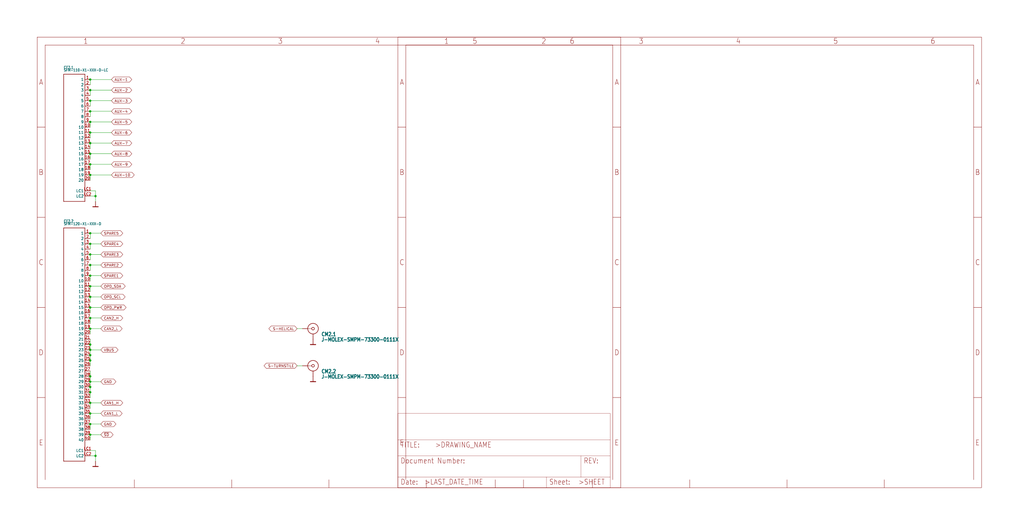
<source format=kicad_sch>
(kicad_sch (version 20211123) (generator eeschema)
  (paper "User" 490.22 254.406)
  (lib_symbols
    (symbol "J-MOLEX-SMPM-73300-0111X_1_1"
      (property "Reference" "CM2.2" (at 3.81 -3.81 0))
      (property "Value" "J-MOLEX-SMPM-73300-0111X_1_1" (at 3.81 -6.35 0))
      (symbol "J-MOLEX-SMPM-73300-0111X_1_1_1_0"
        (polyline (pts (xy -2.54 0) (xy -0.635 0)) (stroke (width 0.1524)))
        (circle (center 0 0) (radius 0.635) (stroke (width 0.254)))
        (circle (center 0 0) (radius 2.54) (stroke (width 0.254)))
        (pin passive line (at 0 -5.08 90) (length 2.54) (name "SHIELD1") (number "GND"))
        (pin passive line (at -5.08 0 0) (length 2.54) (name "RF") (number "RF-DOWN"))
      )
    )
    (symbol "oresat-backplane-2u-eagle-import:FRAME_A_L"
      (symbol "FRAME_A_L_0_0"
        (polyline (pts (xy 0 43.18) (xy 3.81 43.18)))
        (polyline (pts (xy 0 86.36) (xy 3.81 86.36)))
        (polyline (pts (xy 0 129.54) (xy 3.81 129.54)))
        (polyline (pts (xy 0 172.72) (xy 3.81 172.72)))
        (polyline (pts (xy 3.81 3.81) (xy 3.81 212.09)))
        (polyline (pts (xy 46.5667 0) (xy 46.5667 3.81)))
        (polyline (pts (xy 93.1333 0) (xy 93.1333 3.81)))
        (polyline (pts (xy 139.7 0) (xy 139.7 3.81)))
        (polyline (pts (xy 186.2667 0) (xy 186.2667 3.81)))
        (polyline (pts (xy 232.8333 0) (xy 232.8333 3.81)))
        (polyline (pts (xy 275.59 3.81) (xy 275.59 212.09)))
        (polyline (pts (xy 275.59 43.18) (xy 279.4 43.18)))
        (polyline (pts (xy 275.59 86.36) (xy 279.4 86.36)))
        (polyline (pts (xy 275.59 129.54) (xy 279.4 129.54)))
        (polyline (pts (xy 275.59 172.72) (xy 279.4 172.72)))
        (polyline (pts (xy 275.59 212.09) (xy 3.81 212.09)))
        (polyline (pts (xy 0 0) (xy 279.4 0) (xy 279.4 215.9) (xy 0 215.9) (xy 0 0)))
        (text "1" (at 23.2833 213.995 0) (effects (font (size 2.54 2.286))))
        (text "2" (at 69.85 213.995 0) (effects (font (size 2.54 2.286))))
        (text "3" (at 116.4167 213.995 0) (effects (font (size 2.54 2.286))))
        (text "4" (at 162.9833 213.995 0) (effects (font (size 2.54 2.286))))
        (text "5" (at 209.55 213.995 0) (effects (font (size 2.54 2.286))))
        (text "6" (at 256.1167 213.995 0) (effects (font (size 2.54 2.286))))
        (text "A" (at 1.905 194.31 0) (effects (font (size 2.54 2.286))))
        (text "A" (at 277.495 194.31 0) (effects (font (size 2.54 2.286))))
        (text "B" (at 1.905 151.13 0) (effects (font (size 2.54 2.286))))
        (text "B" (at 277.495 151.13 0) (effects (font (size 2.54 2.286))))
        (text "C" (at 1.905 107.95 0) (effects (font (size 2.54 2.286))))
        (text "C" (at 277.495 107.95 0) (effects (font (size 2.54 2.286))))
        (text "D" (at 1.905 64.77 0) (effects (font (size 2.54 2.286))))
        (text "D" (at 277.495 64.77 0) (effects (font (size 2.54 2.286))))
        (text "E" (at 1.905 21.59 0) (effects (font (size 2.54 2.286))))
        (text "E" (at 277.495 21.59 0) (effects (font (size 2.54 2.286))))
      )
      (symbol "FRAME_A_L_2_0"
        (polyline (pts (xy 0 0) (xy 0 5.08)) (stroke (width 0.1016)))
        (polyline (pts (xy 0 0) (xy 71.12 0)) (stroke (width 0.1016)))
        (polyline (pts (xy 0 5.08) (xy 0 15.24)) (stroke (width 0.1016)))
        (polyline (pts (xy 0 5.08) (xy 71.12 5.08)) (stroke (width 0.1016)))
        (polyline (pts (xy 0 15.24) (xy 0 22.86)) (stroke (width 0.1016)))
        (polyline (pts (xy 0 22.86) (xy 0 35.56)) (stroke (width 0.1016)))
        (polyline (pts (xy 0 22.86) (xy 101.6 22.86)) (stroke (width 0.1016)))
        (polyline (pts (xy 71.12 0) (xy 101.6 0)) (stroke (width 0.1016)))
        (polyline (pts (xy 71.12 5.08) (xy 71.12 0)) (stroke (width 0.1016)))
        (polyline (pts (xy 71.12 5.08) (xy 87.63 5.08)) (stroke (width 0.1016)))
        (polyline (pts (xy 87.63 5.08) (xy 101.6 5.08)) (stroke (width 0.1016)))
        (polyline (pts (xy 87.63 15.24) (xy 0 15.24)) (stroke (width 0.1016)))
        (polyline (pts (xy 87.63 15.24) (xy 87.63 5.08)) (stroke (width 0.1016)))
        (polyline (pts (xy 101.6 5.08) (xy 101.6 0)) (stroke (width 0.1016)))
        (polyline (pts (xy 101.6 15.24) (xy 87.63 15.24)) (stroke (width 0.1016)))
        (polyline (pts (xy 101.6 15.24) (xy 101.6 5.08)) (stroke (width 0.1016)))
        (polyline (pts (xy 101.6 22.86) (xy 101.6 15.24)) (stroke (width 0.1016)))
        (polyline (pts (xy 101.6 35.56) (xy 0 35.56)) (stroke (width 0.1016)))
        (polyline (pts (xy 101.6 35.56) (xy 101.6 22.86)) (stroke (width 0.1016)))
        (text ">DRAWING_NAME" (at 17.78 19.05 0) (effects (font (size 2.54 2.159)) (justify left bottom)))
        (text ">LAST_DATE_TIME" (at 12.7 1.27 0) (effects (font (size 2.54 2.159)) (justify left bottom)))
        (text ">SHEET" (at 86.36 1.27 0) (effects (font (size 2.54 2.159)) (justify left bottom)))
        (text "Date:" (at 1.27 1.27 0) (effects (font (size 2.54 2.159)) (justify left bottom)))
        (text "Document Number:" (at 1.27 11.43 0) (effects (font (size 2.54 2.159)) (justify left bottom)))
        (text "REV:" (at 88.9 11.43 0) (effects (font (size 2.54 2.159)) (justify left bottom)))
        (text "Sheet:" (at 72.39 1.27 0) (effects (font (size 2.54 2.159)) (justify left bottom)))
        (text "TITLE:" (at 1.27 19.05 0) (effects (font (size 2.54 2.159)) (justify left bottom)))
      )
    )
    (symbol "oresat-backplane-2u-eagle-import:GND" (power)
      (symbol "GND_1_0"
        (polyline (pts (xy -1.27 -2.54) (xy 1.27 -2.54)) (stroke (width 0.4064)))
        (pin power_in line (at 0 0 270) (length 2.54) (name "GND") (number "1"))
      )
    )
    (symbol "oresat-backplane-2u-eagle-import:SFM-110-X1-XXX-D-LC"
      (property "Reference" "CF" (at -2.54 33.02 0))
      (property "Value" "SFM-110-X1-XXX-D-LC" (at -2.54 31.75 0))
      (symbol "SFM-110-X1-XXX-D-LC_1_0"
        (polyline (pts (xy -2.54 -30.48) (xy -2.54 30.48)) (stroke (width 0.254)))
        (polyline (pts (xy -2.54 30.48) (xy 7.62 30.48)) (stroke (width 0.254)))
        (polyline (pts (xy 7.62 -30.48) (xy -2.54 -30.48)) (stroke (width 0.254)))
        (polyline (pts (xy 7.62 30.48) (xy 7.62 -30.48)) (stroke (width 0.254)))
        (pin passive line (at 10.16 27.94 180) (length 2.54) (name "1") (number "1"))
        (pin passive line (at 10.16 5.08 180) (length 2.54) (name "10") (number "10"))
        (pin passive line (at 10.16 2.54 180) (length 2.54) (name "11") (number "11"))
        (pin passive line (at 10.16 0 180) (length 2.54) (name "12") (number "12"))
        (pin passive line (at 10.16 -2.54 180) (length 2.54) (name "13") (number "13"))
        (pin passive line (at 10.16 -5.08 180) (length 2.54) (name "14") (number "14"))
        (pin passive line (at 10.16 -7.62 180) (length 2.54) (name "15") (number "15"))
        (pin passive line (at 10.16 -10.16 180) (length 2.54) (name "16") (number "16"))
        (pin passive line (at 10.16 -12.7 180) (length 2.54) (name "17") (number "17"))
        (pin passive line (at 10.16 -15.24 180) (length 2.54) (name "18") (number "18"))
        (pin passive line (at 10.16 -17.78 180) (length 2.54) (name "19") (number "19"))
        (pin passive line (at 10.16 25.4 180) (length 2.54) (name "2") (number "2"))
        (pin passive line (at 10.16 -20.32 180) (length 2.54) (name "20") (number "20"))
        (pin passive line (at 10.16 22.86 180) (length 2.54) (name "3") (number "3"))
        (pin passive line (at 10.16 20.32 180) (length 2.54) (name "4") (number "4"))
        (pin passive line (at 10.16 17.78 180) (length 2.54) (name "5") (number "5"))
        (pin passive line (at 10.16 15.24 180) (length 2.54) (name "6") (number "6"))
        (pin passive line (at 10.16 12.7 180) (length 2.54) (name "7") (number "7"))
        (pin passive line (at 10.16 10.16 180) (length 2.54) (name "8") (number "8"))
        (pin passive line (at 10.16 7.62 180) (length 2.54) (name "9") (number "9"))
        (pin passive line (at 10.16 -25.4 180) (length 2.54) (name "LC1") (number "LC1"))
        (pin passive line (at 10.16 -27.94 180) (length 2.54) (name "LC2") (number "LC2"))
      )
    )
    (symbol "oresat-backplane-2u-eagle-import:SFM-120-X1-XXX-D"
      (property "Reference" "J" (at -2.54 50.8 0))
      (property "Value" "SFM-120-X1-XXX-D" (at -2.54 49.53 0))
      (symbol "SFM-120-X1-XXX-D_1_0"
        (polyline (pts (xy -2.54 -63.5) (xy -2.54 48.26)) (stroke (width 0.254)))
        (polyline (pts (xy -2.54 48.26) (xy 7.62 48.26)) (stroke (width 0.254)))
        (polyline (pts (xy 7.62 -63.5) (xy -2.54 -63.5)) (stroke (width 0.254)))
        (polyline (pts (xy 7.62 48.26) (xy 7.62 -63.5)) (stroke (width 0.254)))
        (pin passive line (at 10.16 45.72 180) (length 2.54) (name "1") (number "1"))
        (pin passive line (at 10.16 22.86 180) (length 2.54) (name "10") (number "10"))
        (pin passive line (at 10.16 20.32 180) (length 2.54) (name "11") (number "11"))
        (pin passive line (at 10.16 17.78 180) (length 2.54) (name "12") (number "12"))
        (pin passive line (at 10.16 15.24 180) (length 2.54) (name "13") (number "13"))
        (pin passive line (at 10.16 12.7 180) (length 2.54) (name "14") (number "14"))
        (pin passive line (at 10.16 10.16 180) (length 2.54) (name "15") (number "15"))
        (pin passive line (at 10.16 7.62 180) (length 2.54) (name "16") (number "16"))
        (pin passive line (at 10.16 5.08 180) (length 2.54) (name "17") (number "17"))
        (pin passive line (at 10.16 2.54 180) (length 2.54) (name "18") (number "18"))
        (pin passive line (at 10.16 0 180) (length 2.54) (name "19") (number "19"))
        (pin passive line (at 10.16 43.18 180) (length 2.54) (name "2") (number "2"))
        (pin passive line (at 10.16 -2.54 180) (length 2.54) (name "20") (number "20"))
        (pin passive line (at 10.16 -5.08 180) (length 2.54) (name "21") (number "21"))
        (pin passive line (at 10.16 -7.62 180) (length 2.54) (name "22") (number "22"))
        (pin passive line (at 10.16 -10.16 180) (length 2.54) (name "23") (number "23"))
        (pin passive line (at 10.16 -12.7 180) (length 2.54) (name "24") (number "24"))
        (pin passive line (at 10.16 -15.24 180) (length 2.54) (name "25") (number "25"))
        (pin passive line (at 10.16 -17.78 180) (length 2.54) (name "26") (number "26"))
        (pin passive line (at 10.16 -20.32 180) (length 2.54) (name "27") (number "27"))
        (pin passive line (at 10.16 -22.86 180) (length 2.54) (name "28") (number "28"))
        (pin passive line (at 10.16 -25.4 180) (length 2.54) (name "29") (number "29"))
        (pin passive line (at 10.16 40.64 180) (length 2.54) (name "3") (number "3"))
        (pin passive line (at 10.16 -27.94 180) (length 2.54) (name "30") (number "30"))
        (pin passive line (at 10.16 -30.48 180) (length 2.54) (name "31") (number "31"))
        (pin passive line (at 10.16 -33.02 180) (length 2.54) (name "32") (number "32"))
        (pin passive line (at 10.16 -35.56 180) (length 2.54) (name "33") (number "33"))
        (pin passive line (at 10.16 -38.1 180) (length 2.54) (name "34") (number "34"))
        (pin passive line (at 10.16 -40.64 180) (length 2.54) (name "35") (number "35"))
        (pin passive line (at 10.16 -43.18 180) (length 2.54) (name "36") (number "36"))
        (pin passive line (at 10.16 -45.72 180) (length 2.54) (name "37") (number "37"))
        (pin passive line (at 10.16 -48.26 180) (length 2.54) (name "38") (number "38"))
        (pin passive line (at 10.16 -50.8 180) (length 2.54) (name "39") (number "39"))
        (pin passive line (at 10.16 38.1 180) (length 2.54) (name "4") (number "4"))
        (pin passive line (at 10.16 -53.34 180) (length 2.54) (name "40") (number "40"))
        (pin passive line (at 10.16 35.56 180) (length 2.54) (name "5") (number "5"))
        (pin passive line (at 10.16 33.02 180) (length 2.54) (name "6") (number "6"))
        (pin passive line (at 10.16 30.48 180) (length 2.54) (name "7") (number "7"))
        (pin passive line (at 10.16 27.94 180) (length 2.54) (name "8") (number "8"))
        (pin passive line (at 10.16 25.4 180) (length 2.54) (name "9") (number "9"))
        (pin passive line (at 10.16 -58.42 180) (length 2.54) (name "LC1") (number "LC1"))
        (pin passive line (at 10.16 -60.96 180) (length 2.54) (name "LC2") (number "LC2"))
      )
    )
    (symbol "oresat-symbols:J-MOLEX-SMPM-73300-0111X_1"
      (property "Reference" "CM2.2" (at 3.81 -3.81 0))
      (property "Value" "J-MOLEX-SMPM-73300-0111X_1" (at 3.81 -6.35 0))
      (symbol "J-MOLEX-SMPM-73300-0111X_1_1_0"
        (polyline (pts (xy -2.54 0) (xy -0.635 0)) (stroke (width 0.1524)))
        (circle (center 0 0) (radius 0.635) (stroke (width 0.254)))
        (circle (center 0 0) (radius 2.54) (stroke (width 0.254)))
        (pin passive line (at 0 -5.08 90) (length 2.54) (name "SHIELD1") (number "GND"))
        (pin passive line (at -5.08 0 0) (length 2.54) (name "RF") (number "RF-DOWN"))
      )
    )
  )
  (junction (at 43.18 170.18))
  (junction (at 43.18 53.34))
  (junction (at 43.18 68.58))
  (junction (at 43.18 63.5))
  (junction (at 43.18 203.2))
  (junction (at 43.18 111.76))
  (junction (at 43.18 116.84))
  (junction (at 43.18 73.66))
  (junction (at 43.18 185.42))
  (junction (at 43.18 83.82))
  (junction (at 43.18 152.4))
  (junction (at 43.18 127))
  (junction (at 43.18 198.12))
  (junction (at 43.18 187.96))
  (junction (at 43.18 132.08))
  (junction (at 45.72 218.44))
  (junction (at 43.18 147.32))
  (junction (at 43.18 38.1))
  (junction (at 43.18 78.74))
  (junction (at 43.18 43.18))
  (junction (at 43.18 142.24))
  (junction (at 43.18 137.16))
  (junction (at 43.18 182.88))
  (junction (at 43.18 58.42))
  (junction (at 43.18 48.26))
  (junction (at 43.18 208.28))
  (junction (at 43.18 121.92))
  (junction (at 45.72 93.98))
  (junction (at 43.18 172.72))
  (junction (at 43.18 180.34))
  (junction (at 43.18 165.1))
  (junction (at 43.18 167.64))
  (junction (at 43.18 193.04))
  (junction (at 43.18 157.48))
  (wire (pts (xy 45.72 218.44) (xy 45.72 220.98)))
  (wire (pts (xy 43.18 152.4) (xy 43.18 154.94)))
  (wire (pts (xy 43.18 53.34) (xy 53.34 53.34)))
  (wire (pts (xy 43.18 73.66) (xy 43.18 76.2)))
  (wire (pts (xy 48.26 208.28) (xy 43.18 208.28)))
  (wire (pts (xy 43.18 193.04) (xy 43.18 195.58)))
  (wire (pts (xy 48.26 198.12) (xy 43.18 198.12)))
  (wire (pts (xy 144.78 175.26) (xy 142.24 175.26)))
  (wire (pts (xy 43.18 38.1) (xy 53.34 38.1)))
  (wire (pts (xy 43.18 116.84) (xy 48.26 116.84)))
  (wire (pts (xy 43.18 172.72) (xy 43.18 175.26)))
  (wire (pts (xy 43.18 208.28) (xy 43.18 210.82)))
  (wire (pts (xy 43.18 48.26) (xy 43.18 50.8)))
  (wire (pts (xy 43.18 121.92) (xy 48.26 121.92)))
  (wire (pts (xy 43.18 68.58) (xy 43.18 71.12)))
  (wire (pts (xy 43.18 111.76) (xy 43.18 114.3)))
  (wire (pts (xy 48.26 142.24) (xy 43.18 142.24)))
  (wire (pts (xy 43.18 185.42) (xy 43.18 187.96)))
  (wire (pts (xy 43.18 182.88) (xy 43.18 185.42)))
  (wire (pts (xy 43.18 38.1) (xy 43.18 40.64)))
  (wire (pts (xy 43.18 78.74) (xy 43.18 81.28)))
  (wire (pts (xy 43.18 63.5) (xy 53.34 63.5)))
  (wire (pts (xy 48.26 203.2) (xy 43.18 203.2)))
  (wire (pts (xy 43.18 167.64) (xy 43.18 170.18)))
  (wire (pts (xy 43.18 121.92) (xy 43.18 124.46)))
  (wire (pts (xy 43.18 142.24) (xy 43.18 144.78)))
  (wire (pts (xy 43.18 198.12) (xy 43.18 200.66)))
  (wire (pts (xy 43.18 160.02) (xy 43.18 157.48)))
  (wire (pts (xy 43.18 58.42) (xy 53.34 58.42)))
  (wire (pts (xy 48.26 127) (xy 43.18 127)))
  (wire (pts (xy 43.18 177.8) (xy 43.18 180.34)))
  (wire (pts (xy 43.18 111.76) (xy 48.26 111.76)))
  (wire (pts (xy 45.72 96.52) (xy 45.72 93.98)))
  (wire (pts (xy 43.18 78.74) (xy 53.34 78.74)))
  (wire (pts (xy 48.26 137.16) (xy 43.18 137.16)))
  (wire (pts (xy 43.18 48.26) (xy 53.34 48.26)))
  (wire (pts (xy 43.18 187.96) (xy 43.18 190.5)))
  (wire (pts (xy 48.26 132.08) (xy 43.18 132.08)))
  (wire (pts (xy 43.18 58.42) (xy 43.18 60.96)))
  (wire (pts (xy 43.18 170.18) (xy 43.18 172.72)))
  (wire (pts (xy 43.18 73.66) (xy 53.34 73.66)))
  (wire (pts (xy 43.18 132.08) (xy 43.18 134.62)))
  (wire (pts (xy 43.18 116.84) (xy 43.18 119.38)))
  (wire (pts (xy 48.26 182.88) (xy 43.18 182.88)))
  (wire (pts (xy 43.18 215.9) (xy 45.72 215.9)))
  (wire (pts (xy 144.78 157.48) (xy 142.24 157.48)))
  (wire (pts (xy 45.72 93.98) (xy 45.72 91.44)))
  (wire (pts (xy 43.18 63.5) (xy 43.18 66.04)))
  (wire (pts (xy 43.18 147.32) (xy 43.18 149.86)))
  (wire (pts (xy 43.18 127) (xy 43.18 129.54)))
  (wire (pts (xy 43.18 43.18) (xy 53.34 43.18)))
  (wire (pts (xy 43.18 53.34) (xy 43.18 55.88)))
  (wire (pts (xy 43.18 83.82) (xy 53.34 83.82)))
  (wire (pts (xy 43.18 203.2) (xy 43.18 205.74)))
  (wire (pts (xy 45.72 91.44) (xy 43.18 91.44)))
  (wire (pts (xy 48.26 157.48) (xy 43.18 157.48)))
  (wire (pts (xy 43.18 165.1) (xy 43.18 167.64)))
  (wire (pts (xy 43.18 139.7) (xy 43.18 137.16)))
  (wire (pts (xy 48.26 193.04) (xy 43.18 193.04)))
  (wire (pts (xy 45.72 93.98) (xy 43.18 93.98)))
  (wire (pts (xy 43.18 68.58) (xy 53.34 68.58)))
  (wire (pts (xy 48.26 147.32) (xy 43.18 147.32)))
  (wire (pts (xy 43.18 83.82) (xy 43.18 86.36)))
  (wire (pts (xy 43.18 180.34) (xy 43.18 182.88)))
  (wire (pts (xy 48.26 167.64) (xy 43.18 167.64)))
  (wire (pts (xy 48.26 152.4) (xy 43.18 152.4)))
  (wire (pts (xy 43.18 162.56) (xy 43.18 165.1)))
  (wire (pts (xy 43.18 218.44) (xy 45.72 218.44)))
  (wire (pts (xy 45.72 215.9) (xy 45.72 218.44)))
  (wire (pts (xy 43.18 43.18) (xy 43.18 45.72)))
  (global_label "SPARE3" (shape bidirectional) (at 48.26 121.92 0) (effects (font (size 1.2446 1.2446))) (property "Intersheet References" "${INTERSHEET_REFS}" (effects hide)))
  (global_label "CAN1_L" (shape bidirectional) (at 48.26 198.12 0) (effects (font (size 1.2446 1.2446))) (property "Intersheet References" "${INTERSHEET_REFS}" (effects hide)))
  (global_label "AUX-6" (shape bidirectional) (at 53.34 63.5 0) (effects (font (size 1.2446 1.2446))) (property "Intersheet References" "${INTERSHEET_REFS}" (effects hide)))
  (global_label "SPARE5" (shape bidirectional) (at 48.26 111.76 0) (effects (font (size 1.2446 1.2446))) (property "Intersheet References" "${INTERSHEET_REFS}" (effects hide)))
  (global_label "GND" (shape bidirectional) (at 48.26 203.2 0) (effects (font (size 1.2446 1.2446))) (property "Intersheet References" "${INTERSHEET_REFS}" (effects hide)))
  (global_label "AUX-5" (shape bidirectional) (at 53.34 58.42 0) (effects (font (size 1.2446 1.2446))) (property "Intersheet References" "${INTERSHEET_REFS}" (effects hide)))
  (global_label "AUX-10" (shape bidirectional) (at 53.34 83.82 0) (effects (font (size 1.2446 1.2446))) (property "Intersheet References" "${INTERSHEET_REFS}" (effects hide)))
  (global_label "GND" (shape bidirectional) (at 48.26 182.88 0) (effects (font (size 1.2446 1.2446))) (property "Intersheet References" "${INTERSHEET_REFS}" (effects hide)))
  (global_label "SPARE1" (shape bidirectional) (at 48.26 132.08 0) (effects (font (size 1.2446 1.2446))) (property "Intersheet References" "${INTERSHEET_REFS}" (effects hide)))
  (global_label "AUX-2" (shape bidirectional) (at 53.34 43.18 0) (effects (font (size 1.2446 1.2446))) (property "Intersheet References" "${INTERSHEET_REFS}" (effects hide)))
  (global_label "AUX-1" (shape bidirectional) (at 53.34 38.1 0) (effects (font (size 1.2446 1.2446))) (property "Intersheet References" "${INTERSHEET_REFS}" (effects hide)))
  (global_label "S-HELICAL" (shape bidirectional) (at 142.24 157.48 180) (effects (font (size 1.2446 1.2446))) (property "Intersheet References" "${INTERSHEET_REFS}" (effects hide)))
  (global_label "OPD_SCL" (shape bidirectional) (at 48.26 142.24 0) (effects (font (size 1.2446 1.2446))) (property "Intersheet References" "${INTERSHEET_REFS}" (effects hide)))
  (global_label "AUX-4" (shape bidirectional) (at 53.34 53.34 0) (effects (font (size 1.2446 1.2446))) (property "Intersheet References" "${INTERSHEET_REFS}" (effects hide)))
  (global_label "S-TURNSTILE" (shape bidirectional) (at 142.24 175.26 180) (effects (font (size 1.2446 1.2446))) (property "Intersheet References" "${INTERSHEET_REFS}" (effects hide)))
  (global_label "OPD_PWR" (shape bidirectional) (at 48.26 147.32 0) (effects (font (size 1.2446 1.2446))) (property "Intersheet References" "${INTERSHEET_REFS}" (effects hide)))
  (global_label "OPD_SDA" (shape bidirectional) (at 48.26 137.16 0) (effects (font (size 1.2446 1.2446))) (property "Intersheet References" "${INTERSHEET_REFS}" (effects hide)))
  (global_label "VBUS" (shape bidirectional) (at 48.26 167.64 0) (effects (font (size 1.2446 1.2446))) (property "Intersheet References" "${INTERSHEET_REFS}" (effects hide)))
  (global_label "CAN2_H" (shape bidirectional) (at 48.26 152.4 0) (effects (font (size 1.2446 1.2446))) (property "Intersheet References" "${INTERSHEET_REFS}" (effects hide)))
  (global_label "SPARE2" (shape bidirectional) (at 48.26 127 0) (effects (font (size 1.2446 1.2446))) (property "Intersheet References" "${INTERSHEET_REFS}" (effects hide)))
  (global_label "CAN1_H" (shape bidirectional) (at 48.26 193.04 0) (effects (font (size 1.2446 1.2446))) (property "Intersheet References" "${INTERSHEET_REFS}" (effects hide)))
  (global_label "AUX-8" (shape bidirectional) (at 53.34 73.66 0) (effects (font (size 1.2446 1.2446))) (property "Intersheet References" "${INTERSHEET_REFS}" (effects hide)))
  (global_label "~{SD}" (shape bidirectional) (at 48.26 208.28 0) (effects (font (size 1.2446 1.2446))) (property "Intersheet References" "${INTERSHEET_REFS}" (effects hide)))
  (global_label "AUX-3" (shape bidirectional) (at 53.34 48.26 0) (effects (font (size 1.2446 1.2446))) (property "Intersheet References" "${INTERSHEET_REFS}" (effects hide)))
  (global_label "SPARE4" (shape bidirectional) (at 48.26 116.84 0) (effects (font (size 1.2446 1.2446))) (property "Intersheet References" "${INTERSHEET_REFS}" (effects hide)))
  (global_label "AUX-7" (shape bidirectional) (at 53.34 68.58 0) (effects (font (size 1.2446 1.2446))) (property "Intersheet References" "${INTERSHEET_REFS}" (effects hide)))
  (global_label "AUX-9" (shape bidirectional) (at 53.34 78.74 0) (effects (font (size 1.2446 1.2446))) (property "Intersheet References" "${INTERSHEET_REFS}" (effects hide)))
  (global_label "CAN2_L" (shape bidirectional) (at 48.26 157.48 0) (effects (font (size 1.2446 1.2446))) (property "Intersheet References" "${INTERSHEET_REFS}" (effects hide)))
  (symbol (lib_name "J-MOLEX-SMPM-73300-0111X_1_1") (lib_id "oresat-symbols:J-MOLEX-SMPM-73300-0111X_1") (at 149.86 175.26 0) (unit 1)
    (property "Reference" "CM2.2" (at 153.67 179.07 0) (effects (font (size 1.778 1.5113) bold) (justify left bottom)))
    (property "Value" "J-MOLEX-SMPM-73300-0111X" (at 153.67 181.61 0) (effects (font (size 1.778 1.5113) bold) (justify left bottom)))
    (property "Footprint" "oresat-footprints:J-MOLEX-SMPM-73300-0111X-long" (effects hide))
  )
  (symbol (lib_id "oresat-backplane-2u-eagle-import:FRAME_A_L") (at 190.5 233.68 0) (unit 2)
    (property "Reference" "#FRAME19" (effects hide))
    (property "Value" "FRAME_A_L" (effects hide))
    (property "Footprint" "oresat-backplane-2u:" (effects hide))
  )
  (symbol (lib_id "oresat-backplane-2u-eagle-import:GND") (at 45.72 96.52 0) (unit 1)
    (property "Reference" "#GND0113" (effects hide))
    (property "Value" "GND" (effects hide))
    (property "Footprint" "oresat-backplane-2u:" (effects hide))
  )
  (symbol (lib_id "oresat-backplane-2u-eagle-import:GND") (at 45.72 220.98 0) (unit 1)
    (property "Reference" "#GND0109" (effects hide))
    (property "Value" "GND" (effects hide))
    (property "Footprint" "oresat-backplane-2u:" (effects hide))
  )
  (symbol (lib_id "oresat-backplane-2u-eagle-import:GND") (at 149.86 162.56 0) (unit 1)
    (property "Reference" "#GND012" (effects hide))
    (property "Value" "GND" (effects hide))
    (property "Footprint" "oresat-backplane-2u:" (effects hide))
  )
  (symbol (lib_id "oresat-backplane-2u-eagle-import:SFM-120-X1-XXX-D") (at 33.02 157.48 0) (unit 1)
    (property "Reference" "CF2.2" (at 30.48 106.68 0) (effects (font (size 1.27 1.0795)) (justify left bottom)))
    (property "Value" "SFM-120-X1-XXX-D" (at 30.48 107.95 0) (effects (font (size 1.27 1.0795)) (justify left bottom)))
    (property "Footprint" "oresat-backplane-2u:SFM-120-X1-XXX-D" (effects hide))
  )
  (symbol (lib_id "oresat-symbols:J-MOLEX-SMPM-73300-0111X_1") (at 149.86 157.48 0) (unit 1)
    (property "Reference" "CM2.1" (at 153.67 161.29 0) (effects (font (size 1.778 1.5113) bold) (justify left bottom)))
    (property "Value" "J-MOLEX-SMPM-73300-0111X" (at 153.67 163.83 0) (effects (font (size 1.778 1.5113) bold) (justify left bottom)))
    (property "Footprint" "oresat-footprints:J-MOLEX-SMPM-73300-0111X-long" (effects hide))
  )
  (symbol (lib_id "oresat-backplane-2u-eagle-import:FRAME_A_L") (at 17.78 233.68 0) (unit 1)
    (property "Reference" "#FRAME19" (effects hide))
    (property "Value" "FRAME_A_L" (effects hide))
    (property "Footprint" "oresat-backplane-2u:" (effects hide))
  )
  (symbol (lib_id "oresat-backplane-2u-eagle-import:GND") (at 149.86 180.34 0) (unit 1)
    (property "Reference" "#GND011" (effects hide))
    (property "Value" "GND" (effects hide))
    (property "Footprint" "oresat-backplane-2u:" (effects hide))
  )
  (symbol (lib_id "oresat-backplane-2u-eagle-import:SFM-110-X1-XXX-D-LC") (at 33.02 66.04 0) (unit 1)
    (property "Reference" "CF2.1" (at 30.48 33.02 0) (effects (font (size 1.27 1.0795)) (justify left bottom)))
    (property "Value" "SFM-110-X1-XXX-D-LC" (at 30.48 34.29 0) (effects (font (size 1.27 1.0795)) (justify left bottom)))
    (property "Footprint" "oresat-backplane-2u:SFM-110-X1-XXX-D-LC" (effects hide))
  )
)
</source>
